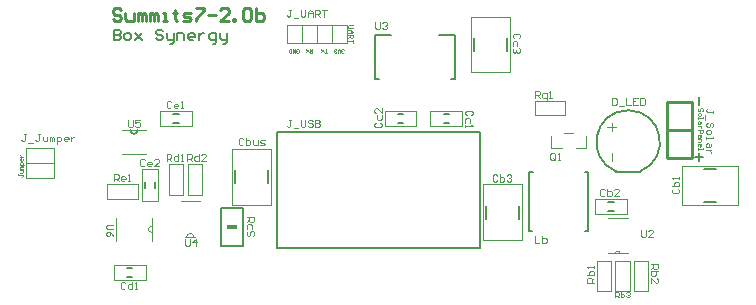
<source format=gto>
G04*
G04 #@! TF.GenerationSoftware,Altium Limited,Altium Designer,20.2.4 (192)*
G04*
G04 Layer_Color=65535*
%FSLAX25Y25*%
%MOIN*%
G70*
G04*
G04 #@! TF.SameCoordinates,00526951-05BC-492D-B3B9-DF0584CCD128*
G04*
G04*
G04 #@! TF.FilePolarity,Positive*
G04*
G01*
G75*
%ADD10C,0.00512*%
%ADD11C,0.00787*%
%ADD12C,0.00394*%
%ADD13C,0.00400*%
%ADD14C,0.00433*%
%ADD15C,0.00500*%
%ADD16C,0.00300*%
%ADD17C,0.00315*%
%ADD18C,0.00402*%
%ADD19C,0.01000*%
%ADD20C,0.00591*%
%ADD21C,0.00323*%
%ADD22C,0.00600*%
%ADD23C,0.00984*%
%ADD24C,0.00276*%
G36*
X72441Y23819D02*
Y25394D01*
X75984D01*
Y23819D01*
X72441D01*
D02*
G37*
D10*
X40231Y56890D02*
G03*
X42721Y56890I1245J0D01*
G01*
D11*
X210205Y43148D02*
G03*
X202268Y43120I-4004J9804D01*
G01*
X202264Y43110D02*
X210207D01*
X89252Y56307D02*
X156752D01*
X89252Y17598D02*
Y56307D01*
X156752Y17598D02*
Y56307D01*
D12*
X47343Y24808D02*
G03*
X47343Y22830I0J-989D01*
G01*
Y19980D02*
Y27657D01*
X35335Y19980D02*
Y27657D01*
X169685Y87452D02*
X170078Y87846D01*
Y88633D01*
X169685Y89026D01*
X168111D01*
X167717Y88633D01*
Y87846D01*
X168111Y87452D01*
X169291Y85091D02*
Y86272D01*
X168898Y86665D01*
X168111D01*
X167717Y86272D01*
Y85091D01*
X169685Y84304D02*
X170078Y83910D01*
Y83123D01*
X169685Y82729D01*
X169291D01*
X168898Y83123D01*
Y83517D01*
Y83123D01*
X168504Y82729D01*
X168111D01*
X167717Y83123D01*
Y83910D01*
X168111Y84304D01*
X181890Y47244D02*
Y48819D01*
X181496Y49212D01*
X180709D01*
X180315Y48819D01*
Y47244D01*
X180709Y46851D01*
X181496D01*
X181103Y47638D02*
X181890Y46851D01*
X181496D02*
X181890Y47244D01*
X182677Y46851D02*
X183464D01*
X183071D01*
Y49212D01*
X182677Y48819D01*
X45079Y46799D02*
X44686Y47192D01*
X43898D01*
X43505Y46799D01*
Y45225D01*
X43898Y44831D01*
X44686D01*
X45079Y45225D01*
X47047Y44831D02*
X46260D01*
X45866Y45225D01*
Y46012D01*
X46260Y46405D01*
X47047D01*
X47441Y46012D01*
Y45618D01*
X45866D01*
X49802Y44831D02*
X48228D01*
X49802Y46405D01*
Y46799D01*
X49409Y47192D01*
X48621D01*
X48228Y46799D01*
X121949Y92913D02*
Y90945D01*
X122342Y90551D01*
X123129D01*
X123523Y90945D01*
Y92913D01*
X124310Y92519D02*
X124704Y92913D01*
X125491D01*
X125884Y92519D01*
Y92125D01*
X125491Y91732D01*
X125097D01*
X125491D01*
X125884Y91338D01*
Y90945D01*
X125491Y90551D01*
X124704D01*
X124310Y90945D01*
X53937Y66141D02*
X53544Y66535D01*
X52757D01*
X52363Y66141D01*
Y64567D01*
X52757Y64174D01*
X53544D01*
X53937Y64567D01*
X55905Y64174D02*
X55118D01*
X54725Y64567D01*
Y65354D01*
X55118Y65748D01*
X55905D01*
X56299Y65354D01*
Y64961D01*
X54725D01*
X57086Y64174D02*
X57873D01*
X57480D01*
Y66535D01*
X57086Y66141D01*
X39509Y60391D02*
Y58424D01*
X39902Y58030D01*
X40689D01*
X41083Y58424D01*
Y60391D01*
X43444D02*
X41870D01*
Y59211D01*
X42657Y59604D01*
X43051D01*
X43444Y59211D01*
Y58424D01*
X43051Y58030D01*
X42263D01*
X41870Y58424D01*
X34784Y39882D02*
Y42244D01*
X35965D01*
X36359Y41850D01*
Y41063D01*
X35965Y40669D01*
X34784D01*
X35572D02*
X36359Y39882D01*
X38326D02*
X37539D01*
X37146Y40276D01*
Y41063D01*
X37539Y41457D01*
X38326D01*
X38720Y41063D01*
Y40669D01*
X37146D01*
X39507Y39882D02*
X40294D01*
X39901D01*
Y42244D01*
X39507Y41850D01*
X34645Y25394D02*
X32677D01*
X32283Y25000D01*
Y24213D01*
X32677Y23819D01*
X34645D01*
Y21458D02*
X34251Y22245D01*
X33464Y23032D01*
X32677D01*
X32283Y22639D01*
Y21852D01*
X32677Y21458D01*
X33071D01*
X33464Y21852D01*
Y23032D01*
X93937Y60391D02*
X93149D01*
X93543D01*
Y58424D01*
X93149Y58030D01*
X92756D01*
X92362Y58424D01*
X94724Y57636D02*
X96298D01*
X97085Y60391D02*
Y58424D01*
X97479Y58030D01*
X98266D01*
X98659Y58424D01*
Y60391D01*
X101021Y59998D02*
X100627Y60391D01*
X99840D01*
X99446Y59998D01*
Y59604D01*
X99840Y59211D01*
X100627D01*
X101021Y58817D01*
Y58424D01*
X100627Y58030D01*
X99840D01*
X99446Y58424D01*
X101808Y60391D02*
Y58030D01*
X102989D01*
X103382Y58424D01*
Y58817D01*
X102989Y59211D01*
X101808D01*
X102989D01*
X103382Y59604D01*
Y59998D01*
X102989Y60391D01*
X101808D01*
X234645Y62599D02*
Y63386D01*
Y62993D01*
X232677D01*
X232283Y63386D01*
Y63780D01*
X232677Y64173D01*
X231890Y61812D02*
Y60237D01*
X234251Y57876D02*
X234645Y58270D01*
Y59057D01*
X234251Y59450D01*
X233858D01*
X233464Y59057D01*
Y58270D01*
X233071Y57876D01*
X232677D01*
X232283Y58270D01*
Y59057D01*
X232677Y59450D01*
X232283Y56695D02*
Y55908D01*
X232677Y55515D01*
X233464D01*
X233858Y55908D01*
Y56695D01*
X233464Y57089D01*
X232677D01*
X232283Y56695D01*
Y54728D02*
Y53940D01*
Y54334D01*
X234645D01*
Y54728D01*
X233858Y52366D02*
Y51579D01*
X233464Y51185D01*
X232283D01*
Y52366D01*
X232677Y52760D01*
X233071Y52366D01*
Y51185D01*
X233858Y50398D02*
X232283D01*
X233071D01*
X233464Y50005D01*
X233858Y49611D01*
Y49218D01*
X210630Y23621D02*
Y21653D01*
X211023Y21260D01*
X211811D01*
X212204Y21653D01*
Y23621D01*
X214566Y21260D02*
X212991D01*
X214566Y22834D01*
Y23228D01*
X214172Y23621D01*
X213385D01*
X212991Y23228D01*
X58536Y20767D02*
Y18799D01*
X58930Y18406D01*
X59717D01*
X60110Y18799D01*
Y20767D01*
X62078Y18406D02*
Y20767D01*
X60898Y19586D01*
X62472D01*
X175197Y67716D02*
Y70078D01*
X176378D01*
X176771Y69684D01*
Y68897D01*
X176378Y68504D01*
X175197D01*
X175984D02*
X176771Y67716D01*
X179133Y66929D02*
Y69291D01*
X177952D01*
X177558Y68897D01*
Y68110D01*
X177952Y67716D01*
X179133D01*
X179920D02*
X180707D01*
X180313D01*
Y70078D01*
X179920Y69684D01*
X213779Y12205D02*
X216141D01*
Y11024D01*
X215747Y10630D01*
X214960D01*
X214567Y11024D01*
Y12205D01*
Y11418D02*
X213779Y10630D01*
X216141Y9843D02*
X213779D01*
Y8663D01*
X214173Y8269D01*
X214567D01*
X214960D01*
X215354Y8663D01*
Y9843D01*
X213779Y5908D02*
Y7482D01*
X215354Y5908D01*
X215747D01*
X216141Y6301D01*
Y7088D01*
X215747Y7482D01*
X194882Y6102D02*
X192520D01*
Y7283D01*
X192914Y7677D01*
X193701D01*
X194095Y7283D01*
Y6102D01*
Y6889D02*
X194882Y7677D01*
X192520Y8464D02*
X194882D01*
Y9645D01*
X194488Y10038D01*
X194095D01*
X193701D01*
X193308Y9645D01*
Y8464D01*
X194882Y10825D02*
Y11612D01*
Y11219D01*
X192520D01*
X192914Y10825D01*
X59252Y46614D02*
Y48976D01*
X60433D01*
X60826Y48582D01*
Y47795D01*
X60433Y47401D01*
X59252D01*
X60039D02*
X60826Y46614D01*
X63188Y48976D02*
Y46614D01*
X62007D01*
X61613Y47008D01*
Y47795D01*
X62007Y48188D01*
X63188D01*
X65549Y46614D02*
X63975D01*
X65549Y48188D01*
Y48582D01*
X65156Y48976D01*
X64368D01*
X63975Y48582D01*
X52363Y46614D02*
Y48976D01*
X53544D01*
X53937Y48582D01*
Y47795D01*
X53544Y47401D01*
X52363D01*
X53150D02*
X53937Y46614D01*
X56299Y48976D02*
Y46614D01*
X55118D01*
X54725Y47008D01*
Y47795D01*
X55118Y48188D01*
X56299D01*
X57086Y46614D02*
X57873D01*
X57480D01*
Y48976D01*
X57086Y48582D01*
X79134Y27953D02*
X81495D01*
Y26772D01*
X81102Y26379D01*
X80315D01*
X79921Y26772D01*
Y27953D01*
Y27166D02*
X79134Y26379D01*
X80708Y24017D02*
Y25198D01*
X80315Y25591D01*
X79527D01*
X79134Y25198D01*
Y24017D01*
X81102Y21656D02*
X81495Y22049D01*
Y22836D01*
X81102Y23230D01*
X80708D01*
X80315Y22836D01*
Y22049D01*
X79921Y21656D01*
X79527D01*
X79134Y22049D01*
Y22836D01*
X79527Y23230D01*
X175059Y21653D02*
Y19291D01*
X176633D01*
X177420Y21653D02*
Y19291D01*
X178601D01*
X178995Y19685D01*
Y20078D01*
Y20472D01*
X178601Y20866D01*
X177420D01*
X93937Y97095D02*
X93149D01*
X93543D01*
Y95127D01*
X93149Y94733D01*
X92756D01*
X92362Y95127D01*
X94724Y94340D02*
X96298D01*
X97085Y97095D02*
Y95127D01*
X97479Y94733D01*
X98266D01*
X98659Y95127D01*
Y97095D01*
X99446Y94733D02*
Y96307D01*
X100234Y97095D01*
X101021Y96307D01*
Y94733D01*
Y95914D01*
X99446D01*
X101808Y94733D02*
Y97095D01*
X102989D01*
X103382Y96701D01*
Y95914D01*
X102989Y95520D01*
X101808D01*
X102595D02*
X103382Y94733D01*
X104169Y97095D02*
X105744D01*
X104956D01*
Y94733D01*
X5511Y55511D02*
X4724D01*
X5118D01*
Y53543D01*
X4724Y53150D01*
X4331D01*
X3937Y53543D01*
X6298Y52756D02*
X7873D01*
X10234Y55511D02*
X9447D01*
X9841D01*
Y53543D01*
X9447Y53150D01*
X9053D01*
X8660Y53543D01*
X11021Y54724D02*
Y53543D01*
X11415Y53150D01*
X12596D01*
Y54724D01*
X13383Y53150D02*
Y54724D01*
X13776D01*
X14170Y54330D01*
Y53150D01*
Y54330D01*
X14563Y54724D01*
X14957Y54330D01*
Y53150D01*
X15744Y52363D02*
Y54724D01*
X16925D01*
X17319Y54330D01*
Y53543D01*
X16925Y53150D01*
X15744D01*
X19286D02*
X18499D01*
X18106Y53543D01*
Y54330D01*
X18499Y54724D01*
X19286D01*
X19680Y54330D01*
Y53937D01*
X18106D01*
X20467Y54724D02*
Y53150D01*
Y53937D01*
X20861Y54330D01*
X21254Y54724D01*
X21648D01*
X200787Y67716D02*
Y65354D01*
X201968D01*
X202362Y65748D01*
Y67322D01*
X201968Y67716D01*
X200787D01*
X203149Y64961D02*
X204723D01*
X205510Y67716D02*
Y65354D01*
X207085D01*
X209446Y67716D02*
X207872D01*
Y65354D01*
X209446D01*
X207872Y66535D02*
X208659D01*
X210233Y67716D02*
Y65354D01*
X211414D01*
X211807Y65748D01*
Y67322D01*
X211414Y67716D01*
X210233D01*
X122048Y59448D02*
X121654Y59055D01*
Y58268D01*
X122048Y57874D01*
X123622D01*
X124016Y58268D01*
Y59055D01*
X123622Y59448D01*
X122441Y61810D02*
Y60629D01*
X122835Y60236D01*
X123622D01*
X124016Y60629D01*
Y61810D01*
Y64171D02*
Y62597D01*
X122441Y64171D01*
X122048D01*
X121654Y63778D01*
Y62990D01*
X122048Y62597D01*
X153936Y61812D02*
X154330Y62205D01*
Y62992D01*
X153936Y63386D01*
X152362D01*
X151969Y62992D01*
Y62205D01*
X152362Y61812D01*
X153543Y59450D02*
Y60631D01*
X153149Y61024D01*
X152362D01*
X151969Y60631D01*
Y59450D01*
Y58663D02*
Y57876D01*
Y58269D01*
X154330D01*
X153936Y58663D01*
X162598Y41732D02*
X162204Y42125D01*
X161417D01*
X161024Y41732D01*
Y40157D01*
X161417Y39764D01*
X162204D01*
X162598Y40157D01*
X163385Y42125D02*
Y39764D01*
X164566D01*
X164959Y40157D01*
Y40551D01*
Y40944D01*
X164566Y41338D01*
X163385D01*
X165746Y41732D02*
X166140Y42125D01*
X166927D01*
X167321Y41732D01*
Y41338D01*
X166927Y40944D01*
X166534D01*
X166927D01*
X167321Y40551D01*
Y40157D01*
X166927Y39764D01*
X166140D01*
X165746Y40157D01*
X198425Y37007D02*
X198031Y37401D01*
X197244D01*
X196850Y37007D01*
Y35433D01*
X197244Y35039D01*
X198031D01*
X198425Y35433D01*
X199212Y37401D02*
Y35039D01*
X200393D01*
X200786Y35433D01*
Y35827D01*
Y36220D01*
X200393Y36614D01*
X199212D01*
X203148Y35039D02*
X201573D01*
X203148Y36614D01*
Y37007D01*
X202754Y37401D01*
X201967D01*
X201573Y37007D01*
X221260Y37401D02*
X220867Y37007D01*
Y36220D01*
X221260Y35827D01*
X222835D01*
X223228Y36220D01*
Y37007D01*
X222835Y37401D01*
X220867Y38188D02*
X223228D01*
Y39369D01*
X222835Y39762D01*
X222441D01*
X222048D01*
X221654Y39369D01*
Y38188D01*
X223228Y40550D02*
Y41337D01*
Y40943D01*
X220867D01*
X221260Y40550D01*
X38582Y5905D02*
X38189Y6298D01*
X37401D01*
X37008Y5905D01*
Y4331D01*
X37401Y3937D01*
X38189D01*
X38582Y4331D01*
X40944Y6298D02*
Y3937D01*
X39763D01*
X39369Y4331D01*
Y5118D01*
X39763Y5511D01*
X40944D01*
X41731Y3937D02*
X42518D01*
X42124D01*
Y6298D01*
X41731Y5905D01*
X77952Y53936D02*
X77559Y54330D01*
X76771D01*
X76378Y53936D01*
Y52362D01*
X76771Y51968D01*
X77559D01*
X77952Y52362D01*
X78739Y54330D02*
Y51968D01*
X79920D01*
X80314Y52362D01*
Y52756D01*
Y53149D01*
X79920Y53543D01*
X78739D01*
X81101D02*
Y52362D01*
X81494Y51968D01*
X82675D01*
Y53543D01*
X83462Y51968D02*
X84643D01*
X85037Y52362D01*
X84643Y52756D01*
X83856D01*
X83462Y53149D01*
X83856Y53543D01*
X85037D01*
D13*
X203556Y15846D02*
G03*
X201956Y15846I-800J0D01*
G01*
X61436Y21265D02*
G03*
X59036Y21265I-1200J0D01*
G01*
X200787Y57874D02*
Y59183D01*
Y57874D02*
X202264D01*
X199311Y57953D02*
X202264D01*
X200787D02*
X202264D01*
X200787D02*
Y59262D01*
Y56604D02*
Y59262D01*
Y46604D02*
Y49262D01*
X188681Y50886D02*
X192323D01*
Y55020D01*
X184941Y56004D02*
X187894D01*
X180512Y50886D02*
X184153D01*
X180512D02*
Y55020D01*
X199409Y27657D02*
X206102D01*
X199409Y15846D02*
X206102D01*
X58536Y21265D02*
X59036D01*
X61436D01*
X61936D01*
X57036Y33165D02*
X63436D01*
X5512Y41063D02*
X14961D01*
X5512D02*
Y46063D01*
X14961D01*
Y41063D02*
Y46063D01*
X5512Y47807D02*
Y51083D01*
X14961Y47756D02*
Y51083D01*
X5512D02*
X14961D01*
X107362Y85878D02*
X112362D01*
Y91878D01*
X92362D02*
X112362D01*
X92362Y85878D02*
Y91878D01*
Y85878D02*
X112362D01*
X107362D02*
Y91878D01*
X102362Y85878D02*
Y91878D01*
X97362Y85878D02*
Y91878D01*
X230777Y63174D02*
X231027Y63424D01*
Y63923D01*
X230777Y64173D01*
X230527D01*
X230277Y63923D01*
Y63424D01*
X230027Y63174D01*
X229778D01*
X229528Y63424D01*
Y63923D01*
X229778Y64173D01*
X229528Y62424D02*
Y61924D01*
X229778Y61674D01*
X230277D01*
X230527Y61924D01*
Y62424D01*
X230277Y62674D01*
X229778D01*
X229528Y62424D01*
Y61174D02*
Y60674D01*
Y60924D01*
X231027D01*
Y61174D01*
X230527Y59675D02*
Y59175D01*
X230277Y58925D01*
X229528D01*
Y59675D01*
X229778Y59925D01*
X230027Y59675D01*
Y58925D01*
X230527Y58425D02*
X229528D01*
X230027D01*
X230277Y58175D01*
X230527Y57925D01*
Y57675D01*
X229528Y56925D02*
X231027D01*
Y56176D01*
X230777Y55926D01*
X230277D01*
X230027Y56176D01*
Y56925D01*
X230527Y55176D02*
Y54676D01*
X230277Y54426D01*
X229528D01*
Y55176D01*
X229778Y55426D01*
X230027Y55176D01*
Y54426D01*
X229528Y53926D02*
X230527D01*
Y53177D01*
X230277Y52927D01*
X229528D01*
Y51677D02*
Y52177D01*
X229778Y52427D01*
X230277D01*
X230527Y52177D01*
Y51677D01*
X230277Y51427D01*
X230027D01*
Y52427D01*
X229528Y50928D02*
Y50428D01*
Y50678D01*
X231027D01*
Y50928D01*
D14*
X37539Y49016D02*
X45413D01*
X37539Y56890D02*
X45413D01*
D15*
X165748Y83307D02*
Y87559D01*
X154724Y83307D02*
Y87559D01*
X54587Y62360D02*
X56358D01*
X54587Y59211D02*
X56358D01*
X48425Y37697D02*
Y39469D01*
X45276Y37697D02*
Y39469D01*
X144685Y62303D02*
X146457D01*
X144685Y59153D02*
X146457D01*
X89252Y17598D02*
X156752D01*
X39183Y7874D02*
X40955D01*
X39183Y11024D02*
X40955D01*
X129429Y59153D02*
X131201D01*
X129429Y62303D02*
X131201D01*
X148327Y73999D02*
Y88599D01*
X147146Y73999D02*
X148327D01*
X143209Y88599D02*
X148327D01*
X121949Y73999D02*
X123130D01*
X121949D02*
Y88599D01*
X127067D01*
X86221Y39213D02*
Y43465D01*
X75197Y39213D02*
Y43465D01*
X231339Y43976D02*
X235591D01*
X231339Y32953D02*
X235591D01*
X169980Y27398D02*
Y31650D01*
X158957Y27398D02*
Y31650D01*
X192913Y23425D02*
Y43110D01*
X191732Y23425D02*
X192913D01*
X191929Y43110D02*
X192913D01*
X173228Y23425D02*
Y43110D01*
X174409D01*
X173228Y23425D02*
X174213D01*
X70472Y18406D02*
Y30807D01*
Y18406D02*
X77953D01*
Y30807D01*
X70472D02*
X77953D01*
X199567Y29921D02*
X201339D01*
X199567Y33071D02*
X201339D01*
D16*
X166736Y76133D02*
Y94733D01*
X153736Y76133D02*
X166736D01*
X153736D02*
Y94733D01*
X166736D01*
X50157Y58226D02*
Y63345D01*
Y58226D02*
X60787D01*
Y63345D01*
X50157D02*
X60787D01*
X44291Y43898D02*
X49409D01*
X44291Y33268D02*
Y43898D01*
Y33268D02*
X49409D01*
Y43898D01*
X42717Y34076D02*
Y38800D01*
X32480D02*
X42717D01*
X32480Y34076D02*
Y38800D01*
Y34076D02*
X42717D01*
X140256Y58169D02*
Y63287D01*
Y58169D02*
X150886D01*
Y63287D01*
X140256D02*
X150886D01*
X45384Y6890D02*
Y12008D01*
X34754D02*
X45384D01*
X34754Y6890D02*
Y12008D01*
Y6890D02*
X45384D01*
X135630Y58169D02*
Y63287D01*
X125000D02*
X135630D01*
X125000Y58169D02*
Y63287D01*
Y58169D02*
X135630D01*
X74209Y32039D02*
X87209D01*
Y50639D01*
X74209D02*
X87209D01*
X74209Y32039D02*
Y50639D01*
X224165Y44965D02*
X242765D01*
Y31965D02*
Y44965D01*
X224165Y31965D02*
X242765D01*
X224165D02*
Y44965D01*
X157968Y20224D02*
X170968D01*
Y38824D01*
X157968D02*
X170968D01*
X157968Y20224D02*
Y38824D01*
X57835Y35433D02*
Y45669D01*
X53110Y35433D02*
X57835D01*
X53110D02*
Y45669D01*
X57835D01*
X59350D02*
X64075D01*
X59350Y35433D02*
Y45669D01*
Y35433D02*
X64075D01*
Y45669D01*
X195669Y13445D02*
X200394D01*
X195669Y3209D02*
Y13445D01*
Y3209D02*
X200394D01*
Y13445D01*
X208268Y3209D02*
Y13445D01*
X212992D01*
Y3209D02*
Y13445D01*
X208268Y3209D02*
X212992D01*
X201969Y13386D02*
X206693D01*
X201969Y3150D02*
Y13386D01*
Y3150D02*
X206693D01*
Y13386D01*
X175059Y61811D02*
X185295D01*
X175059D02*
Y66535D01*
X185295D01*
Y61811D02*
Y66535D01*
X195138Y34055D02*
X205768D01*
Y28937D02*
Y34055D01*
X195138Y28937D02*
X205768D01*
X195138D02*
Y34055D01*
X114462Y91878D02*
X113129D01*
X112862Y91611D01*
Y91078D01*
X113129Y90812D01*
X114462D01*
X112862Y90279D02*
X113928D01*
X114462Y89745D01*
X113928Y89212D01*
X112862D01*
X113662D01*
Y90279D01*
X112862Y88679D02*
X114462D01*
Y87879D01*
X114195Y87613D01*
X113662D01*
X113395Y87879D01*
Y88679D01*
Y88146D02*
X112862Y87613D01*
X114462Y87080D02*
Y86013D01*
Y86546D01*
X112862D01*
X111362Y82803D02*
X111162Y82604D01*
X110762D01*
X110563Y82803D01*
Y83003D01*
X110762Y83203D01*
X110962D01*
X110762D01*
X110563Y83403D01*
Y83603D01*
X110762Y83803D01*
X111162D01*
X111362Y83603D01*
X110163Y82604D02*
Y83403D01*
X109763Y83803D01*
X109363Y83403D01*
Y82604D01*
X108963Y82803D02*
X108763Y82604D01*
X108363D01*
X108163Y82803D01*
Y83003D01*
X108363Y83203D01*
X108563D01*
X108363D01*
X108163Y83403D01*
Y83603D01*
X108363Y83803D01*
X108763D01*
X108963Y83603D01*
X105862Y82604D02*
X105062D01*
X105462D01*
Y83803D01*
X104663Y83003D02*
X103863Y83803D01*
X104263Y83403D01*
X103863Y83003D01*
X104663Y83803D01*
X100862D02*
Y82604D01*
X100262D01*
X100063Y82803D01*
Y83203D01*
X100262Y83403D01*
X100862D01*
X100462D02*
X100063Y83803D01*
X99663Y83003D02*
X98863Y83803D01*
X99263Y83403D01*
X98863Y83003D01*
X99663Y83803D01*
X95562Y82803D02*
X95762Y82604D01*
X96162D01*
X96362Y82803D01*
Y83603D01*
X96162Y83803D01*
X95762D01*
X95562Y83603D01*
Y83203D01*
X95962D01*
X95163Y83803D02*
Y82604D01*
X94363Y83803D01*
Y82604D01*
X93963D02*
Y83803D01*
X93363D01*
X93163Y83603D01*
Y82803D01*
X93363Y82604D01*
X93963D01*
D17*
X5512Y46063D02*
Y47807D01*
D18*
Y46063D02*
Y48898D01*
X14961Y46012D02*
Y48846D01*
D19*
X227362Y47736D02*
Y66240D01*
X219094D02*
X227362D01*
X219094Y47736D02*
Y66240D01*
Y47736D02*
X227362D01*
X219094Y56791D02*
X227362D01*
D20*
X34678Y90404D02*
Y86862D01*
X36449D01*
X37039Y87452D01*
Y88042D01*
X36449Y88633D01*
X34678D01*
X36449D01*
X37039Y89223D01*
Y89814D01*
X36449Y90404D01*
X34678D01*
X38811Y86862D02*
X39991D01*
X40582Y87452D01*
Y88633D01*
X39991Y89223D01*
X38811D01*
X38220Y88633D01*
Y87452D01*
X38811Y86862D01*
X41762Y89223D02*
X44124Y86862D01*
X42943Y88042D01*
X44124Y89223D01*
X41762Y86862D01*
X51208Y89814D02*
X50618Y90404D01*
X49437D01*
X48847Y89814D01*
Y89223D01*
X49437Y88633D01*
X50618D01*
X51208Y88042D01*
Y87452D01*
X50618Y86862D01*
X49437D01*
X48847Y87452D01*
X52389Y89223D02*
Y87452D01*
X52979Y86862D01*
X54750D01*
Y86272D01*
X54160Y85681D01*
X53570D01*
X54750Y86862D02*
Y89223D01*
X55931Y86862D02*
Y89223D01*
X57702D01*
X58292Y88633D01*
Y86862D01*
X61244D02*
X60063D01*
X59473Y87452D01*
Y88633D01*
X60063Y89223D01*
X61244D01*
X61835Y88633D01*
Y88042D01*
X59473D01*
X63015Y89223D02*
Y86862D01*
Y88042D01*
X63606Y88633D01*
X64196Y89223D01*
X64786D01*
X67738Y85681D02*
X68328D01*
X68919Y86272D01*
Y89223D01*
X67148D01*
X66557Y88633D01*
Y87452D01*
X67148Y86862D01*
X68919D01*
X70100Y89223D02*
Y87452D01*
X70690Y86862D01*
X72461D01*
Y86272D01*
X71871Y85681D01*
X71280D01*
X72461Y86862D02*
Y89223D01*
D21*
X2993Y42309D02*
Y41863D01*
Y42086D01*
X4108D01*
X4331Y41863D01*
Y41640D01*
X4108Y41417D01*
X3439Y42755D02*
X4108D01*
X4331Y42979D01*
Y43648D01*
X3439D01*
X4331Y44094D02*
X3439D01*
Y44317D01*
X3662Y44540D01*
X4331D01*
X3662D01*
X3439Y44763D01*
X3662Y44986D01*
X4331D01*
X4777Y45432D02*
X3439D01*
Y46101D01*
X3662Y46324D01*
X4108D01*
X4331Y46101D01*
Y45432D01*
Y47439D02*
Y46993D01*
X4108Y46770D01*
X3662D01*
X3439Y46993D01*
Y47439D01*
X3662Y47662D01*
X3885D01*
Y46770D01*
X3439Y48108D02*
X4331D01*
X3885D01*
X3662Y48331D01*
X3439Y48554D01*
Y48777D01*
D22*
X229952Y49262D02*
Y46596D01*
X231285Y47929D02*
X228619D01*
X229952Y68110D02*
Y65444D01*
D23*
X37236Y96802D02*
X36547Y97491D01*
X35170D01*
X34481Y96802D01*
Y96113D01*
X35170Y95424D01*
X36547D01*
X37236Y94736D01*
Y94047D01*
X36547Y93358D01*
X35170D01*
X34481Y94047D01*
X38614Y96113D02*
Y94047D01*
X39302Y93358D01*
X41369D01*
Y96113D01*
X42746Y93358D02*
Y96113D01*
X43435D01*
X44124Y95424D01*
Y93358D01*
Y95424D01*
X44812Y96113D01*
X45501Y95424D01*
Y93358D01*
X46879D02*
Y96113D01*
X47567D01*
X48256Y95424D01*
Y93358D01*
Y95424D01*
X48945Y96113D01*
X49634Y95424D01*
Y93358D01*
X51011D02*
X52389D01*
X51700D01*
Y96113D01*
X51011D01*
X55144Y96802D02*
Y96113D01*
X54455D01*
X55832D01*
X55144D01*
Y94047D01*
X55832Y93358D01*
X57899D02*
X59965D01*
X60654Y94047D01*
X59965Y94736D01*
X58587D01*
X57899Y95424D01*
X58587Y96113D01*
X60654D01*
X62031Y97491D02*
X64786D01*
Y96802D01*
X62031Y94047D01*
Y93358D01*
X66164Y95424D02*
X68919D01*
X73051Y93358D02*
X70296D01*
X73051Y96113D01*
Y96802D01*
X72363Y97491D01*
X70985D01*
X70296Y96802D01*
X74429Y93358D02*
Y94047D01*
X75118D01*
Y93358D01*
X74429D01*
X77873Y96802D02*
X78561Y97491D01*
X79939D01*
X80628Y96802D01*
Y94047D01*
X79939Y93358D01*
X78561D01*
X77873Y94047D01*
Y96802D01*
X82005Y97491D02*
Y93358D01*
X84071D01*
X84760Y94047D01*
Y94736D01*
Y95424D01*
X84071Y96113D01*
X82005D01*
D24*
X201956Y1181D02*
Y2952D01*
X202841D01*
X203137Y2657D01*
Y2067D01*
X202841Y1771D01*
X201956D01*
X202546D02*
X203137Y1181D01*
X203727Y2952D02*
Y1181D01*
X204612D01*
X204908Y1476D01*
Y1771D01*
Y2067D01*
X204612Y2362D01*
X203727D01*
X205498Y2657D02*
X205793Y2952D01*
X206384D01*
X206679Y2657D01*
Y2362D01*
X206384Y2067D01*
X206088D01*
X206384D01*
X206679Y1771D01*
Y1476D01*
X206384Y1181D01*
X205793D01*
X205498Y1476D01*
M02*

</source>
